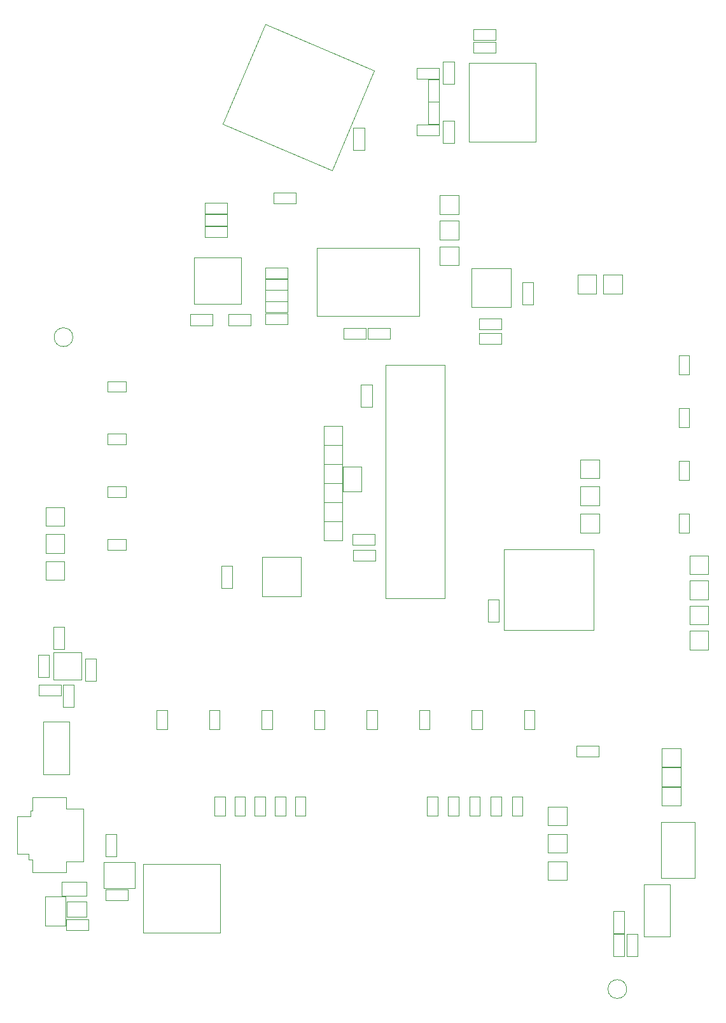
<source format=gbr>
G04 #@! TF.GenerationSoftware,KiCad,Pcbnew,(6.0.5)*
G04 #@! TF.CreationDate,2022-09-11T23:28:05-06:00*
G04 #@! TF.ProjectId,purplewizard,70757270-6c65-4776-997a-6172642e6b69,1.1*
G04 #@! TF.SameCoordinates,Original*
G04 #@! TF.FileFunction,Other,User*
%FSLAX46Y46*%
G04 Gerber Fmt 4.6, Leading zero omitted, Abs format (unit mm)*
G04 Created by KiCad (PCBNEW (6.0.5)) date 2022-09-11 23:28:05*
%MOMM*%
%LPD*%
G01*
G04 APERTURE LIST*
%ADD10C,0.050000*%
%ADD11C,0.120000*%
G04 APERTURE END LIST*
D10*
X170555600Y-52933600D02*
X170555600Y-42493600D01*
X161645600Y-52933600D02*
X170555600Y-52933600D01*
X161645600Y-42493600D02*
X161645600Y-52933600D01*
X170555600Y-42493600D02*
X161645600Y-42493600D01*
X107965600Y-153473600D02*
X105265600Y-153473600D01*
X105265600Y-153473600D02*
X105265600Y-157373600D01*
X107965600Y-157373600D02*
X107965600Y-153473600D01*
X105265600Y-157373600D02*
X107965600Y-157373600D01*
D11*
X108125600Y-154130500D02*
X110725600Y-154130500D01*
X110725600Y-154130500D02*
X110725600Y-156130500D01*
X110725600Y-156130500D02*
X108125600Y-156130500D01*
X108125600Y-156130500D02*
X108125600Y-154130500D01*
D10*
X156051020Y-142677200D02*
X157451020Y-142677200D01*
X156051020Y-140177200D02*
X156051020Y-142677200D01*
X157451020Y-142677200D02*
X157451020Y-140177200D01*
X157451020Y-140177200D02*
X156051020Y-140177200D01*
X167346400Y-142677200D02*
X168746400Y-142677200D01*
X167346400Y-140177200D02*
X167346400Y-142677200D01*
X168746400Y-142677200D02*
X168746400Y-140177200D01*
X168746400Y-140177200D02*
X167346400Y-140177200D01*
X161698710Y-142677200D02*
X163098710Y-142677200D01*
X161698710Y-140177200D02*
X161698710Y-142677200D01*
X163098710Y-142677200D02*
X163098710Y-140177200D01*
X163098710Y-140177200D02*
X161698710Y-140177200D01*
X164522555Y-142677200D02*
X165922555Y-142677200D01*
X164522555Y-140177200D02*
X164522555Y-142677200D01*
X165922555Y-142677200D02*
X165922555Y-140177200D01*
X165922555Y-140177200D02*
X164522555Y-140177200D01*
X158874865Y-142677200D02*
X160274865Y-142677200D01*
X158874865Y-140177200D02*
X158874865Y-142677200D01*
X160274865Y-142677200D02*
X160274865Y-140177200D01*
X160274865Y-140177200D02*
X158874865Y-140177200D01*
X127783360Y-142677200D02*
X129183360Y-142677200D01*
X127783360Y-140177200D02*
X127783360Y-142677200D01*
X129183360Y-142677200D02*
X129183360Y-140177200D01*
X129183360Y-140177200D02*
X127783360Y-140177200D01*
X138494540Y-142677200D02*
X139894540Y-142677200D01*
X138494540Y-140177200D02*
X138494540Y-142677200D01*
X139894540Y-142677200D02*
X139894540Y-140177200D01*
X139894540Y-140177200D02*
X138494540Y-140177200D01*
X133138950Y-142677200D02*
X134538950Y-142677200D01*
X133138950Y-140177200D02*
X133138950Y-142677200D01*
X134538950Y-142677200D02*
X134538950Y-140177200D01*
X134538950Y-140177200D02*
X133138950Y-140177200D01*
X135816745Y-142677200D02*
X137216745Y-142677200D01*
X135816745Y-140177200D02*
X135816745Y-142677200D01*
X137216745Y-142677200D02*
X137216745Y-140177200D01*
X137216745Y-140177200D02*
X135816745Y-140177200D01*
X130461155Y-142677200D02*
X131861155Y-142677200D01*
X130461155Y-140177200D02*
X130461155Y-142677200D01*
X131861155Y-142677200D02*
X131861155Y-140177200D01*
X131861155Y-140177200D02*
X130461155Y-140177200D01*
X113525600Y-105873600D02*
X113525600Y-107273600D01*
X116025600Y-105873600D02*
X113525600Y-105873600D01*
X113525600Y-107273600D02*
X116025600Y-107273600D01*
X116025600Y-107273600D02*
X116025600Y-105873600D01*
X113525600Y-98863600D02*
X113525600Y-100263600D01*
X116025600Y-98863600D02*
X113525600Y-98863600D01*
X113525600Y-100263600D02*
X116025600Y-100263600D01*
X116025600Y-100263600D02*
X116025600Y-98863600D01*
X113525600Y-91853600D02*
X113525600Y-93253600D01*
X116025600Y-91853600D02*
X113525600Y-91853600D01*
X113525600Y-93253600D02*
X116025600Y-93253600D01*
X116025600Y-93253600D02*
X116025600Y-91853600D01*
X113525600Y-84843600D02*
X113525600Y-86243600D01*
X116025600Y-84843600D02*
X113525600Y-84843600D01*
X113525600Y-86243600D02*
X116025600Y-86243600D01*
X116025600Y-86243600D02*
X116025600Y-84843600D01*
X168961840Y-131150680D02*
X170361840Y-131150680D01*
X168961840Y-128650680D02*
X168961840Y-131150680D01*
X170361840Y-131150680D02*
X170361840Y-128650680D01*
X170361840Y-128650680D02*
X168961840Y-128650680D01*
X161980104Y-131150680D02*
X163380104Y-131150680D01*
X161980104Y-128650680D02*
X161980104Y-131150680D01*
X163380104Y-131150680D02*
X163380104Y-128650680D01*
X163380104Y-128650680D02*
X161980104Y-128650680D01*
X154998370Y-131150680D02*
X156398370Y-131150680D01*
X154998370Y-128650680D02*
X154998370Y-131150680D01*
X156398370Y-131150680D02*
X156398370Y-128650680D01*
X156398370Y-128650680D02*
X154998370Y-128650680D01*
X148016636Y-131150680D02*
X149416636Y-131150680D01*
X148016636Y-128650680D02*
X148016636Y-131150680D01*
X149416636Y-131150680D02*
X149416636Y-128650680D01*
X149416636Y-128650680D02*
X148016636Y-128650680D01*
X141034902Y-131150680D02*
X142434902Y-131150680D01*
X141034902Y-128650680D02*
X141034902Y-131150680D01*
X142434902Y-131150680D02*
X142434902Y-128650680D01*
X142434902Y-128650680D02*
X141034902Y-128650680D01*
X134053168Y-131150680D02*
X135453168Y-131150680D01*
X134053168Y-128650680D02*
X134053168Y-131150680D01*
X135453168Y-131150680D02*
X135453168Y-128650680D01*
X135453168Y-128650680D02*
X134053168Y-128650680D01*
X127071434Y-131150680D02*
X128471434Y-131150680D01*
X127071434Y-128650680D02*
X127071434Y-131150680D01*
X128471434Y-131150680D02*
X128471434Y-128650680D01*
X128471434Y-128650680D02*
X127071434Y-128650680D01*
X120089700Y-131150680D02*
X121489700Y-131150680D01*
X120089700Y-128650680D02*
X120089700Y-131150680D01*
X121489700Y-131150680D02*
X121489700Y-128650680D01*
X121489700Y-128650680D02*
X120089700Y-128650680D01*
X189535600Y-105023600D02*
X190935600Y-105023600D01*
X189535600Y-102523600D02*
X189535600Y-105023600D01*
X190935600Y-105023600D02*
X190935600Y-102523600D01*
X190935600Y-102523600D02*
X189535600Y-102523600D01*
X189535600Y-97990266D02*
X190935600Y-97990266D01*
X189535600Y-95490266D02*
X189535600Y-97990266D01*
X190935600Y-97990266D02*
X190935600Y-95490266D01*
X190935600Y-95490266D02*
X189535600Y-95490266D01*
X189535600Y-90956933D02*
X190935600Y-90956933D01*
X189535600Y-88456933D02*
X189535600Y-90956933D01*
X190935600Y-90956933D02*
X190935600Y-88456933D01*
X190935600Y-88456933D02*
X189535600Y-88456933D01*
X189535600Y-83923600D02*
X190935600Y-83923600D01*
X189535600Y-81423600D02*
X189535600Y-83923600D01*
X190935600Y-83923600D02*
X190935600Y-81423600D01*
X190935600Y-81423600D02*
X189535600Y-81423600D01*
X128850811Y-50600484D02*
X143394788Y-56774036D01*
X134496876Y-37299189D02*
X128850811Y-50600484D01*
X149040852Y-43472741D02*
X134496876Y-37299189D01*
X143394788Y-56774036D02*
X149040852Y-43472741D01*
X142305600Y-93313600D02*
X144805600Y-93313600D01*
X142305600Y-93313600D02*
X142305600Y-90813600D01*
X144805600Y-90813600D02*
X144805600Y-93313600D01*
X144805600Y-90813600D02*
X142305600Y-90813600D01*
X142305600Y-98389600D02*
X144805600Y-98389600D01*
X142305600Y-98389600D02*
X142305600Y-95889600D01*
X144805600Y-95889600D02*
X144805600Y-98389600D01*
X144805600Y-95889600D02*
X142305600Y-95889600D01*
X146145600Y-105163600D02*
X146145600Y-106623600D01*
X146145600Y-106623600D02*
X149105600Y-106623600D01*
X149105600Y-106623600D02*
X149105600Y-105163600D01*
X149105600Y-105163600D02*
X146145600Y-105163600D01*
X147355600Y-99543600D02*
X147355600Y-96243600D01*
X147355600Y-99543600D02*
X144855600Y-99543600D01*
X144855600Y-96243600D02*
X147355600Y-96243600D01*
X144855600Y-96243600D02*
X144855600Y-99543600D01*
X144805600Y-103503600D02*
X142305600Y-103503600D01*
X144805600Y-103503600D02*
X144805600Y-106003600D01*
X142305600Y-106003600D02*
X142305600Y-103503600D01*
X142305600Y-106003600D02*
X144805600Y-106003600D01*
X182625600Y-165783600D02*
G75*
G03*
X182625600Y-165783600I-1250000J0D01*
G01*
X108925600Y-78973600D02*
G75*
G03*
X108925600Y-78973600I-1250000J0D01*
G01*
X125085600Y-74563600D02*
X125085600Y-68363600D01*
X125085600Y-68363600D02*
X131285600Y-68363600D01*
X131285600Y-68363600D02*
X131285600Y-74563600D01*
X131285600Y-74563600D02*
X125085600Y-74563600D01*
X150515600Y-113763600D02*
X150515600Y-82663600D01*
X158415600Y-113763600D02*
X150515600Y-113763600D01*
X158415600Y-82663600D02*
X158415600Y-113763600D01*
X150515600Y-82663600D02*
X158415600Y-82663600D01*
X184894280Y-158805760D02*
X188394280Y-158805760D01*
X184894280Y-151805760D02*
X184894280Y-158805760D01*
X188394280Y-151805760D02*
X184894280Y-151805760D01*
X188394280Y-158805760D02*
X188394280Y-151805760D01*
X157655600Y-50616932D02*
X157655600Y-47656932D01*
X156195600Y-50616932D02*
X157655600Y-50616932D01*
X156195600Y-47656932D02*
X156195600Y-50616932D01*
X157655600Y-47656932D02*
X156195600Y-47656932D01*
X112004860Y-124743660D02*
X112004860Y-121783660D01*
X110544860Y-124743660D02*
X112004860Y-124743660D01*
X110544860Y-121783660D02*
X110544860Y-124743660D01*
X112004860Y-121783660D02*
X110544860Y-121783660D01*
X107621320Y-125258380D02*
X107621320Y-128218380D01*
X109081320Y-125258380D02*
X107621320Y-125258380D01*
X109081320Y-128218380D02*
X109081320Y-125258380D01*
X107621320Y-128218380D02*
X109081320Y-128218380D01*
X137475600Y-69733600D02*
X134515600Y-69733600D01*
X137475600Y-71193600D02*
X137475600Y-69733600D01*
X134515600Y-71193600D02*
X137475600Y-71193600D01*
X134515600Y-69733600D02*
X134515600Y-71193600D01*
X184047600Y-161441000D02*
X184047600Y-158481000D01*
X182587600Y-161441000D02*
X184047600Y-161441000D01*
X182587600Y-158481000D02*
X182587600Y-161441000D01*
X184047600Y-158481000D02*
X182587600Y-158481000D01*
X113252500Y-145146580D02*
X113252500Y-148106580D01*
X114712500Y-145146580D02*
X113252500Y-145146580D01*
X114712500Y-148106580D02*
X114712500Y-145146580D01*
X113252500Y-148106580D02*
X114712500Y-148106580D01*
X108035600Y-157933600D02*
X110995600Y-157933600D01*
X108035600Y-156473600D02*
X108035600Y-157933600D01*
X110995600Y-156473600D02*
X108035600Y-156473600D01*
X110995600Y-157933600D02*
X110995600Y-156473600D01*
X165945600Y-78433600D02*
X162985600Y-78433600D01*
X165945600Y-79893600D02*
X165945600Y-78433600D01*
X162985600Y-79893600D02*
X165945600Y-79893600D01*
X162985600Y-78433600D02*
X162985600Y-79893600D01*
X168715600Y-71703600D02*
X168715600Y-74663600D01*
X170175600Y-71703600D02*
X168715600Y-71703600D01*
X170175600Y-74663600D02*
X170175600Y-71703600D01*
X168715600Y-74663600D02*
X170175600Y-74663600D01*
X178895600Y-133353600D02*
X175935600Y-133353600D01*
X178895600Y-134813600D02*
X178895600Y-133353600D01*
X175935600Y-134813600D02*
X178895600Y-134813600D01*
X175935600Y-133353600D02*
X175935600Y-134813600D01*
X165945600Y-76483600D02*
X162985600Y-76483600D01*
X165945600Y-77943600D02*
X165945600Y-76483600D01*
X162985600Y-77943600D02*
X165945600Y-77943600D01*
X162985600Y-76483600D02*
X162985600Y-77943600D01*
X108055600Y-150273600D02*
X108055600Y-150273600D01*
X108055600Y-148773600D02*
X108055600Y-150273600D01*
X110305600Y-148773600D02*
X108055600Y-148773600D01*
X110305600Y-141773600D02*
X110305600Y-148773600D01*
X108055600Y-141773600D02*
X110305600Y-141773600D01*
X108055600Y-140273600D02*
X108055600Y-141773600D01*
X103555600Y-140273600D02*
X108055600Y-140273600D01*
X103555600Y-142023600D02*
X103555600Y-140273600D01*
X103305600Y-142023600D02*
X103555600Y-142023600D01*
X103305600Y-142773600D02*
X103305600Y-142023600D01*
X101555600Y-142773600D02*
X103305600Y-142773600D01*
X101555600Y-147773600D02*
X101555600Y-142773600D01*
X103055600Y-147773600D02*
X101555600Y-147773600D01*
X103055600Y-148523600D02*
X103055600Y-147773600D01*
X103555600Y-148523600D02*
X103055600Y-148523600D01*
X103555600Y-150273600D02*
X103555600Y-148523600D01*
X108055600Y-150273600D02*
X103555600Y-150273600D01*
X157645600Y-47590266D02*
X157645600Y-44630266D01*
X156185600Y-47590266D02*
X157645600Y-47590266D01*
X156185600Y-44630266D02*
X156185600Y-47590266D01*
X157645600Y-44630266D02*
X156185600Y-44630266D01*
X164145600Y-113923600D02*
X164145600Y-116883600D01*
X165605600Y-113923600D02*
X164145600Y-113923600D01*
X165605600Y-116883600D02*
X165605600Y-113923600D01*
X164145600Y-116883600D02*
X165605600Y-116883600D01*
X165215600Y-39623600D02*
X162255600Y-39623600D01*
X165215600Y-41083600D02*
X165215600Y-39623600D01*
X162255600Y-41083600D02*
X165215600Y-41083600D01*
X162255600Y-39623600D02*
X162255600Y-41083600D01*
X134515600Y-72683600D02*
X137475600Y-72683600D01*
X134515600Y-71223600D02*
X134515600Y-72683600D01*
X137475600Y-71223600D02*
X134515600Y-71223600D01*
X137475600Y-72683600D02*
X137475600Y-71223600D01*
X134515600Y-75663600D02*
X137475600Y-75663600D01*
X134515600Y-74203600D02*
X134515600Y-75663600D01*
X137475600Y-74203600D02*
X134515600Y-74203600D01*
X137475600Y-75663600D02*
X137475600Y-74203600D01*
X126465600Y-64098600D02*
X129425600Y-64098600D01*
X126465600Y-62638600D02*
X126465600Y-64098600D01*
X129425600Y-62638600D02*
X126465600Y-62638600D01*
X129425600Y-64098600D02*
X129425600Y-62638600D01*
X126465600Y-62553600D02*
X129425600Y-62553600D01*
X126465600Y-61093600D02*
X126465600Y-62553600D01*
X129425600Y-61093600D02*
X126465600Y-61093600D01*
X129425600Y-62553600D02*
X129425600Y-61093600D01*
X137475600Y-72713600D02*
X134515600Y-72713600D01*
X137475600Y-74173600D02*
X137475600Y-72713600D01*
X134515600Y-74173600D02*
X137475600Y-74173600D01*
X134515600Y-72713600D02*
X134515600Y-74173600D01*
X105751380Y-124205180D02*
X105751380Y-121245180D01*
X104291380Y-124205180D02*
X105751380Y-124205180D01*
X104291380Y-121245180D02*
X104291380Y-124205180D01*
X105751380Y-121245180D02*
X104291380Y-121245180D01*
X110765600Y-151483600D02*
X107405600Y-151483600D01*
X110765600Y-153383600D02*
X110765600Y-151483600D01*
X107405600Y-153383600D02*
X110765600Y-153383600D01*
X107405600Y-151483600D02*
X107405600Y-153383600D01*
X128695600Y-109423600D02*
X128695600Y-112383600D01*
X130155600Y-109423600D02*
X128695600Y-109423600D01*
X130155600Y-112383600D02*
X130155600Y-109423600D01*
X128695600Y-112383600D02*
X130155600Y-112383600D01*
X180835000Y-158481000D02*
X180835000Y-161441000D01*
X182295000Y-158481000D02*
X180835000Y-158481000D01*
X182295000Y-161441000D02*
X182295000Y-158481000D01*
X180835000Y-161441000D02*
X182295000Y-161441000D01*
X147265600Y-85303600D02*
X147265600Y-88263600D01*
X148725600Y-85303600D02*
X147265600Y-85303600D01*
X148725600Y-88263600D02*
X148725600Y-85303600D01*
X147265600Y-88263600D02*
X148725600Y-88263600D01*
X154695600Y-52143600D02*
X157655600Y-52143600D01*
X154695600Y-50683600D02*
X154695600Y-52143600D01*
X157655600Y-50683600D02*
X154695600Y-50683600D01*
X157655600Y-52143600D02*
X157655600Y-50683600D01*
X158195600Y-50193600D02*
X158195600Y-53153600D01*
X159655600Y-50193600D02*
X158195600Y-50193600D01*
X159655600Y-53153600D02*
X159655600Y-50193600D01*
X158195600Y-53153600D02*
X159655600Y-53153600D01*
X158195600Y-42263600D02*
X158195600Y-45223600D01*
X159655600Y-42263600D02*
X158195600Y-42263600D01*
X159655600Y-45223600D02*
X159655600Y-42263600D01*
X158195600Y-45223600D02*
X159655600Y-45223600D01*
X110109080Y-124573440D02*
X110109080Y-120973440D01*
X106309080Y-124573440D02*
X110109080Y-124573440D01*
X106309080Y-120973440D02*
X106309080Y-124573440D01*
X110109080Y-120973440D02*
X106309080Y-120973440D01*
X154685600Y-44563600D02*
X157645600Y-44563600D01*
X154685600Y-43103600D02*
X154685600Y-44563600D01*
X157645600Y-43103600D02*
X154685600Y-43103600D01*
X157645600Y-44563600D02*
X157645600Y-43103600D01*
X118308440Y-158308100D02*
X118308440Y-149108100D01*
X128508440Y-158308100D02*
X118308440Y-158308100D01*
X128508440Y-149108100D02*
X128508440Y-158308100D01*
X118308440Y-149108100D02*
X128508440Y-149108100D01*
X117137400Y-148924540D02*
X113037400Y-148924540D01*
X117137400Y-148924540D02*
X117137400Y-152324540D01*
X113037400Y-152324540D02*
X113037400Y-148924540D01*
X113037400Y-152324540D02*
X117137400Y-152324540D01*
X187208360Y-150964280D02*
X187208360Y-143564280D01*
X187208360Y-143564280D02*
X191658360Y-143564280D01*
X191658360Y-143564280D02*
X191658360Y-150964280D01*
X191658360Y-150964280D02*
X187208360Y-150964280D01*
X146255600Y-51093600D02*
X146255600Y-54053600D01*
X147715600Y-51093600D02*
X146255600Y-51093600D01*
X147715600Y-54053600D02*
X147715600Y-51093600D01*
X146255600Y-54053600D02*
X147715600Y-54053600D01*
X113300600Y-153968600D02*
X116260600Y-153968600D01*
X113300600Y-152508600D02*
X113300600Y-153968600D01*
X116260600Y-152508600D02*
X113300600Y-152508600D01*
X116260600Y-153968600D02*
X116260600Y-152508600D01*
X167185600Y-69803600D02*
X167185600Y-75003600D01*
X161985600Y-69803600D02*
X167185600Y-69803600D01*
X161985600Y-75003600D02*
X161985600Y-69803600D01*
X167185600Y-75003600D02*
X161985600Y-75003600D01*
X107808780Y-120506940D02*
X107808780Y-117546940D01*
X106348780Y-120506940D02*
X107808780Y-120506940D01*
X106348780Y-117546940D02*
X106348780Y-120506940D01*
X107808780Y-117546940D02*
X106348780Y-117546940D01*
X148135600Y-79243600D02*
X151095600Y-79243600D01*
X148135600Y-77783600D02*
X148135600Y-79243600D01*
X151095600Y-77783600D02*
X148135600Y-77783600D01*
X151095600Y-79243600D02*
X151095600Y-77783600D01*
X134515600Y-77273600D02*
X137475600Y-77273600D01*
X134515600Y-75813600D02*
X134515600Y-77273600D01*
X137475600Y-75813600D02*
X134515600Y-75813600D01*
X137475600Y-77273600D02*
X137475600Y-75813600D01*
X127475600Y-75933600D02*
X124515600Y-75933600D01*
X127475600Y-77393600D02*
X127475600Y-75933600D01*
X124515600Y-77393600D02*
X127475600Y-77393600D01*
X124515600Y-75933600D02*
X124515600Y-77393600D01*
X180835000Y-155407600D02*
X180835000Y-158367600D01*
X182295000Y-155407600D02*
X180835000Y-155407600D01*
X182295000Y-158367600D02*
X182295000Y-155407600D01*
X180835000Y-158367600D02*
X182295000Y-158367600D01*
X147935600Y-77783600D02*
X144975600Y-77783600D01*
X147935600Y-79243600D02*
X147935600Y-77783600D01*
X144975600Y-79243600D02*
X147935600Y-79243600D01*
X144975600Y-77783600D02*
X144975600Y-79243600D01*
X178185600Y-117993600D02*
X166325600Y-117993600D01*
X178185600Y-107193600D02*
X178185600Y-117993600D01*
X166325600Y-107193600D02*
X178185600Y-107193600D01*
X166325600Y-117993600D02*
X166325600Y-107193600D01*
X104374500Y-126716540D02*
X107334500Y-126716540D01*
X104374500Y-125256540D02*
X104374500Y-126716540D01*
X107334500Y-125256540D02*
X104374500Y-125256540D01*
X107334500Y-126716540D02*
X107334500Y-125256540D01*
X139315600Y-113473600D02*
X134115600Y-113473600D01*
X139315600Y-108273600D02*
X139315600Y-113473600D01*
X134115600Y-108273600D02*
X139315600Y-108273600D01*
X134115600Y-113473600D02*
X134115600Y-108273600D01*
X165215600Y-37953600D02*
X162255600Y-37953600D01*
X165215600Y-39413600D02*
X165215600Y-37953600D01*
X162255600Y-39413600D02*
X165215600Y-39413600D01*
X162255600Y-37953600D02*
X162255600Y-39413600D01*
X160235600Y-63488600D02*
X157735600Y-63488600D01*
X160235600Y-63488600D02*
X160235600Y-65988600D01*
X157735600Y-65988600D02*
X157735600Y-63488600D01*
X157735600Y-65988600D02*
X160235600Y-65988600D01*
X193505600Y-108063600D02*
X191005600Y-108063600D01*
X193505600Y-108063600D02*
X193505600Y-110563600D01*
X191005600Y-110563600D02*
X191005600Y-108063600D01*
X191005600Y-110563600D02*
X193505600Y-110563600D01*
X193485600Y-114723600D02*
X190985600Y-114723600D01*
X193485600Y-114723600D02*
X193485600Y-117223600D01*
X190985600Y-117223600D02*
X190985600Y-114723600D01*
X190985600Y-117223600D02*
X193485600Y-117223600D01*
X193505600Y-111396933D02*
X191005600Y-111396933D01*
X193505600Y-111396933D02*
X193505600Y-113896933D01*
X191005600Y-113896933D02*
X191005600Y-111396933D01*
X191005600Y-113896933D02*
X193505600Y-113896933D01*
X193505600Y-118063600D02*
X191005600Y-118063600D01*
X193505600Y-118063600D02*
X193505600Y-120563600D01*
X191005600Y-120563600D02*
X191005600Y-118063600D01*
X191005600Y-120563600D02*
X193505600Y-120563600D01*
X144805600Y-100965600D02*
X142305600Y-100965600D01*
X144805600Y-100965600D02*
X144805600Y-103465600D01*
X142305600Y-103465600D02*
X142305600Y-100965600D01*
X142305600Y-103465600D02*
X144805600Y-103465600D01*
X144805600Y-98427600D02*
X142305600Y-98427600D01*
X144805600Y-98427600D02*
X144805600Y-100927600D01*
X142305600Y-100927600D02*
X142305600Y-98427600D01*
X142305600Y-100927600D02*
X144805600Y-100927600D01*
X144805600Y-93351600D02*
X142305600Y-93351600D01*
X144805600Y-93351600D02*
X144805600Y-95851600D01*
X142305600Y-95851600D02*
X142305600Y-93351600D01*
X142305600Y-95851600D02*
X144805600Y-95851600D01*
X129425600Y-64183600D02*
X126465600Y-64183600D01*
X129425600Y-65643600D02*
X129425600Y-64183600D01*
X126465600Y-65643600D02*
X129425600Y-65643600D01*
X126465600Y-64183600D02*
X126465600Y-65643600D01*
X132575600Y-75933600D02*
X129615600Y-75933600D01*
X132575600Y-77393600D02*
X132575600Y-75933600D01*
X129615600Y-77393600D02*
X132575600Y-77393600D01*
X129615600Y-75933600D02*
X129615600Y-77393600D01*
X104983340Y-137159880D02*
X108483340Y-137159880D01*
X104983340Y-130159880D02*
X104983340Y-137159880D01*
X108483340Y-130159880D02*
X104983340Y-130159880D01*
X108483340Y-137159880D02*
X108483340Y-130159880D01*
X146195600Y-107313600D02*
X146195600Y-108773600D01*
X146195600Y-108773600D02*
X149155600Y-108773600D01*
X149155600Y-108773600D02*
X149155600Y-107313600D01*
X149155600Y-107313600D02*
X146195600Y-107313600D01*
X155059900Y-67063600D02*
X141359900Y-67063600D01*
X155059900Y-76113600D02*
X155059900Y-67063600D01*
X141359900Y-76113600D02*
X155059900Y-76113600D01*
X141359900Y-67063600D02*
X141359900Y-76113600D01*
X135675600Y-59703600D02*
X135675600Y-61163600D01*
X135675600Y-61163600D02*
X138635600Y-61163600D01*
X138635600Y-61163600D02*
X138635600Y-59703600D01*
X138635600Y-59703600D02*
X135675600Y-59703600D01*
X189805600Y-138883600D02*
X187305600Y-138883600D01*
X189805600Y-138883600D02*
X189805600Y-141383600D01*
X187305600Y-141383600D02*
X187305600Y-138883600D01*
X187305600Y-141383600D02*
X189805600Y-141383600D01*
X187305600Y-138798600D02*
X189805600Y-138798600D01*
X187305600Y-138798600D02*
X187305600Y-136298600D01*
X189805600Y-136298600D02*
X189805600Y-138798600D01*
X189805600Y-136298600D02*
X187305600Y-136298600D01*
X187305600Y-136213600D02*
X189805600Y-136213600D01*
X187305600Y-136213600D02*
X187305600Y-133713600D01*
X189805600Y-133713600D02*
X189805600Y-136213600D01*
X189805600Y-133713600D02*
X187305600Y-133713600D01*
X157735600Y-62593600D02*
X160235600Y-62593600D01*
X157735600Y-62593600D02*
X157735600Y-60093600D01*
X160235600Y-60093600D02*
X160235600Y-62593600D01*
X160235600Y-60093600D02*
X157735600Y-60093600D01*
X160235600Y-66883600D02*
X157735600Y-66883600D01*
X160235600Y-66883600D02*
X160235600Y-69383600D01*
X157735600Y-69383600D02*
X157735600Y-66883600D01*
X157735600Y-69383600D02*
X160235600Y-69383600D01*
X176095600Y-73163600D02*
X178595600Y-73163600D01*
X176095600Y-73163600D02*
X176095600Y-70663600D01*
X178595600Y-70663600D02*
X178595600Y-73163600D01*
X178595600Y-70663600D02*
X176095600Y-70663600D01*
X179505600Y-73163600D02*
X182005600Y-73163600D01*
X179505600Y-73163600D02*
X179505600Y-70663600D01*
X182005600Y-70663600D02*
X182005600Y-73163600D01*
X182005600Y-70663600D02*
X179505600Y-70663600D01*
X105293600Y-104133600D02*
X107793600Y-104133600D01*
X105293600Y-104133600D02*
X105293600Y-101633600D01*
X107793600Y-101633600D02*
X107793600Y-104133600D01*
X107793600Y-101633600D02*
X105293600Y-101633600D01*
X107793600Y-108823600D02*
X105293600Y-108823600D01*
X107793600Y-108823600D02*
X107793600Y-111323600D01*
X105293600Y-111323600D02*
X105293600Y-108823600D01*
X105293600Y-111323600D02*
X107793600Y-111323600D01*
X105293600Y-107728600D02*
X107793600Y-107728600D01*
X105293600Y-107728600D02*
X105293600Y-105228600D01*
X107793600Y-105228600D02*
X107793600Y-107728600D01*
X107793600Y-105228600D02*
X105293600Y-105228600D01*
X178945600Y-102513600D02*
X176445600Y-102513600D01*
X178945600Y-102513600D02*
X178945600Y-105013600D01*
X176445600Y-105013600D02*
X176445600Y-102513600D01*
X176445600Y-105013600D02*
X178945600Y-105013600D01*
X176465600Y-101383600D02*
X178965600Y-101383600D01*
X176465600Y-101383600D02*
X176465600Y-98883600D01*
X178965600Y-98883600D02*
X178965600Y-101383600D01*
X178965600Y-98883600D02*
X176465600Y-98883600D01*
X178965600Y-95253600D02*
X176465600Y-95253600D01*
X178965600Y-95253600D02*
X178965600Y-97753600D01*
X176465600Y-97753600D02*
X176465600Y-95253600D01*
X176465600Y-97753600D02*
X178965600Y-97753600D01*
X172135600Y-151283600D02*
X174635600Y-151283600D01*
X172135600Y-151283600D02*
X172135600Y-148783600D01*
X174635600Y-148783600D02*
X174635600Y-151283600D01*
X174635600Y-148783600D02*
X172135600Y-148783600D01*
X174635600Y-145143600D02*
X172135600Y-145143600D01*
X174635600Y-145143600D02*
X174635600Y-147643600D01*
X172135600Y-147643600D02*
X172135600Y-145143600D01*
X172135600Y-147643600D02*
X174635600Y-147643600D01*
X172135600Y-144003600D02*
X174635600Y-144003600D01*
X172135600Y-144003600D02*
X172135600Y-141503600D01*
X174635600Y-141503600D02*
X174635600Y-144003600D01*
X174635600Y-141503600D02*
X172135600Y-141503600D01*
M02*

</source>
